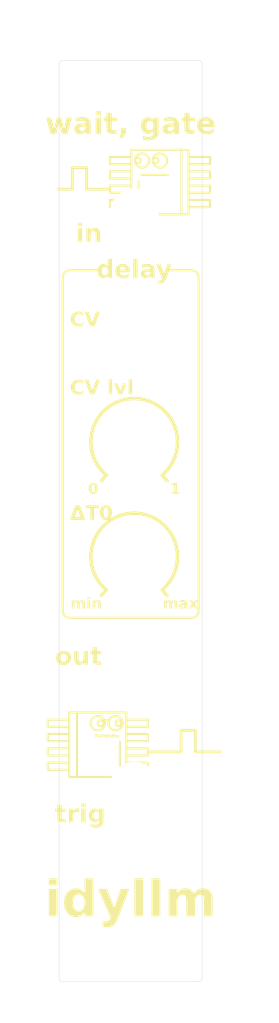
<source format=kicad_pcb>
(kicad_pcb (version 20241229) (generator "pcbnew") (generator_version "9.0")
  (title_block (title "Gate Delay Faceplate") (date "2025-11-11") (rev "1.0") (company "idyllm") (comment 1 "CC BY-SA 4.0"))
  (layers (0 "F.Cu" signal) (2 "B.Cu" signal) (13 "F.Paste" user) (15 "B.Paste" user) (5 "F.SilkS" user "F.Silkscreen") (7 "B.SilkS" user "B.Silkscreen") (1 "F.Mask" user) (3 "B.Mask" user) (25 "Edge.Cuts" user))
  (net 0 "")
  (footprint "MountingHole:MountingHole_3.2mm_M3_DIN965" (layer "F.Cu") (at 104.5 143.5)
    (property "Reference" "H10" (hide yes))
    (property "Value" "MountingHole")
    (pad "" np_thru_hole circle (at 0 0) (size 3.2 3.2) (drill 3.2) (layers "*.Cu" "*.Mask"))
  )
  (footprint "AudioJacks:PanelHole_AudioJack_6.8mm" (layer "F.Cu") (at 100.5 72)
    (property "Reference" "H3" (hide yes))
    (property "Value" "MountingHole")
    (pad "" np_thru_hole circle (at 0 0) (size 6.8 6.8) (drill 6.8) (layers "*.Cu" "*.Mask"))
  )
  (footprint "MountingHole:MountingHole_3.2mm_M3_DIN965" (layer "F.Cu") (at 97.5 161.25)
    (property "Reference" "H8" (hide yes))
    (property "Value" "MountingHole")
    (pad "" np_thru_hole oval (at 0 0) (size 3.6 3.2) (drill oval 3.6 3.2) (layers "*.Cu" "*.Mask"))
  )
  (footprint "AudioJacks:PanelHole_AudioJack_6.8mm" (layer "F.Cu") (at 100.5 137)
    (property "Reference" "H7" (hide yes))
    (property "Value" "MountingHole")
    (pad "" np_thru_hole circle (at 0 0) (size 6.8 6.8) (drill 6.8) (layers "*.Cu" "*.Mask"))
  )
  (footprint "AudioJacks:PanelHole_Potentiometer_6.8mm_13mm_knob" (layer "F.Cu") (at 100.5 89)
    (property "Reference" "H4" (hide yes))
    (property "Value" "MountingHole")
    (pad "" np_thru_hole circle (at 0 0) (size 6.8 6.8) (drill 6.8) (layers "*.Cu" "*.Mask"))
  )
  (footprint "AudioJacks:PanelHole_AudioJack_6.8mm" (layer "F.Cu") (at 100.5 122)
    (property "Reference" "H6" (hide yes))
    (property "Value" "MountingHole")
    (pad "" np_thru_hole circle (at 0 0) (size 6.8 6.8) (drill 6.8) (layers "*.Cu" "*.Mask"))
  )
  (footprint "MountingHole:MountingHole_3.2mm_M3_DIN965" (layer "F.Cu") (at 104.5 128.5)
    (property "Reference" "H9" (hide yes))
    (property "Value" "MountingHole")
    (pad "" np_thru_hole circle (at 0 0) (size 3.2 3.2) (drill 3.2) (layers "*.Cu" "*.Mask"))
  )
  (footprint "MountingHole:MountingHole_3.2mm_M3_DIN965" (layer "F.Cu") (at 97.5 38.75)
    (property "Reference" "H1" (hide yes))
    (property "Value" "MountingHole")
    (pad "" np_thru_hole oval (at 0 0) (size 3.6 3.2) (drill oval 3.6 3.2) (layers "*.Cu" "*.Mask"))
  )
  (footprint "AudioJacks:PanelHole_Potentiometer_6.8mm_13mm_knob" (layer "F.Cu") (at 100.5 105)
    (property "Reference" "H5" (hide yes))
    (property "Value" "MountingHole")
    (pad "" np_thru_hole circle (at 0 0) (size 6.8 6.8) (drill 6.8) (layers "*.Cu" "*.Mask"))
  )
  (footprint "AudioJacks:PanelHole_AudioJack_6.8mm" (layer "F.Cu") (at 100.5 57)
    (property "Reference" "H2" (hide yes))
    (property "Value" "MountingHole")
    (pad "" np_thru_hole circle (at 0 0) (size 6.8 6.8) (drill 6.8) (layers "*.Cu" "*.Mask"))
  )
  (gr_line (start 91.85 53.7) (end 89.85 53.7) (stroke (width 0.4)) (layer "F.SilkS"))
  (gr_curve (pts (xy 97.5 130) (xy 97.7 129.5) (xy 98.1 130.4) (xy 98.3 130)) (stroke (width 0.3)) (layer "F.SilkS"))
  (gr_line (start 104.4 109.597433) (end 105.075 110.359635) (stroke (width 0.5)) (layer "F.SilkS"))
  (gr_rect (start 88.4 133.7) (end 91.4 134.7) (stroke (width 0.3)) (fill no) (layer "F.SilkS"))
  (gr_line (start 101.1 52.6) (end 101.1 57.2) (stroke (width 0.3)) (layer "F.SilkS"))
  (gr_rect (start 97.1 53.2) (end 100.1 54.2) (stroke (width 0.3)) (fill no) (layer "F.SilkS"))
  (gr_line (start 107.05 132.2) (end 102.5 132.2) (stroke (width 0.4)) (layer "F.SilkS"))
  (gr_rect (start 100.1 48.2) (end 108.1 57.2) (stroke (width 0.3)) (fill no) (layer "F.SilkS"))
  (gr_line (start 109.05 132.2) (end 109.05 129.2) (stroke (width 0.4)) (layer "F.SilkS"))
  (gr_line (start 107.1 48.2) (end 107.1 57) (stroke (width 0.3)) (layer "F.SilkS"))
  (gr_arc (start 96.6 93.597433) (mid 100.5 82.9) (end 104.4 93.597433) (stroke (width 0.5)) (layer "F.SilkS"))
  (gr_rect (start 108.1 55.2) (end 111.1 56.2) (stroke (width 0.3)) (fill no) (layer "F.SilkS"))
  (gr_line (start 109.5 66) (end 109.5 112.5) (stroke (width 0.3)) (layer "F.SilkS"))
  (gr_curve (pts (xy 95.9 130) (xy 96.1 129.5) (xy 96.5 130.4) (xy 96.7 130)) (stroke (width 0.3)) (layer "F.SilkS"))
  (gr_arc (start 90.5 66) (mid 90.792893 65.292893) (end 91.5 65) (stroke (width 0.3)) (layer "F.SilkS"))
  (gr_line (start 90.5 112.5) (end 90.5 66) (stroke (width 0.3)) (layer "F.SilkS"))
  (gr_line (start 107.05 129.2) (end 107.05 132.2) (stroke (width 0.4)) (layer "F.SilkS"))
  (gr_line (start 109.05 129.2) (end 107.05 129.2) (stroke (width 0.4)) (layer "F.SilkS"))
  (gr_line (start 108.5 113.5) (end 91.5 113.5) (stroke (width 0.3)) (layer "F.SilkS"))
  (gr_line (start 93.85 53.7) (end 93.85 50.7) (stroke (width 0.4)) (layer "F.SilkS"))
  (gr_rect (start 88.4 127.7) (end 91.4 128.7) (stroke (width 0.3)) (fill no) (layer "F.SilkS"))
  (gr_rect (start 108.1 49.2) (end 111.1 50.2) (stroke (width 0.3)) (fill no) (layer "F.SilkS"))
  (gr_circle (center 95.4 128.2) (end 96.4 128.2) (stroke (width 0.3)) (fill no) (layer "F.SilkS"))
  (gr_line (start 91.85 50.7) (end 91.85 53.7) (stroke (width 0.4)) (layer "F.SilkS"))
  (gr_rect (start 99.4 129.7) (end 102.4 130.7) (stroke (width 0.3)) (fill no) (layer "F.SilkS"))
  (gr_line (start 104.4 93.597433) (end 105.075 94.359635) (stroke (width 0.5)) (layer "F.SilkS"))
  (gr_line (start 98.5 130.8) (end 98.5 135.7) (stroke (width 0.3)) (layer "F.SilkS"))
  (gr_circle (center 101 49.7) (end 101.4 49.7) (stroke (width 0.3)) (fill no) (layer "F.SilkS"))
  (gr_rect (start 99.4 127.7) (end 102.4 128.7) (stroke (width 0.3)) (fill no) (layer "F.SilkS"))
  (gr_line (start 101.5 51.7) (end 105.2 51.7) (stroke (width 0.3)) (layer "F.SilkS"))
  (gr_rect (start 97.1 51.2) (end 100.1 52.2) (stroke (width 0.3)) (fill no) (layer "F.SilkS"))
  (gr_line (start 91.5 65) (end 95.5 65) (stroke (width 0.3)) (layer "F.SilkS"))
  (gr_curve (pts (xy 96.7 130) (xy 96.9 129.5) (xy 97.3 130.4) (xy 97.5 130)) (stroke (width 0.3)) (layer "F.SilkS"))
  (gr_rect (start 97.1 55.2) (end 100.1 56.2) (stroke (width 0.3)) (fill no) (layer "F.SilkS"))
  (gr_arc (start 109.5 112.5) (mid 109.207107 113.207107) (end 108.5 113.5) (stroke (width 0.3)) (layer "F.SilkS"))
  (gr_rect (start 99.4 131.7) (end 102.4 132.7) (stroke (width 0.3)) (fill no) (layer "F.SilkS"))
  (gr_rect (start 91.4 126.7) (end 99.4 135.7) (stroke (width 0.3)) (fill no) (layer "F.SilkS"))
  (gr_circle (center 101.6 49.7) (end 102.6 49.7) (stroke (width 0.3)) (fill no) (layer "F.SilkS"))
  (gr_rect (start 108.1 51.2) (end 111.1 52.2) (stroke (width 0.3)) (fill no) (layer "F.SilkS"))
  (gr_arc (start 96.6 109.597433) (mid 100.5 98.9) (end 104.4 109.597433) (stroke (width 0.5)) (layer "F.SilkS"))
  (gr_arc (start 91.5 113.5) (mid 90.792893 113.207107) (end 90.5 112.5) (stroke (width 0.3)) (layer "F.SilkS"))
  (gr_rect (start 88.4 129.7) (end 91.4 130.7) (stroke (width 0.3)) (fill no) (layer "F.SilkS"))
  (gr_curve (pts (xy 95.1 130) (xy 95.3 129.5) (xy 95.7 130.4) (xy 95.9 130)) (stroke (width 0.3)) (layer "F.SilkS"))
  (gr_circle (center 95.8 128.2) (end 96.2 128.2) (stroke (width 0.3)) (fill no) (layer "F.SilkS"))
  (gr_circle (center 103.5 49.7) (end 103.9 49.7) (stroke (width 0.3)) (fill no) (layer "F.SilkS"))
  (gr_line (start 96.6 109.597433) (end 95.925 110.359635) (stroke (width 0.5)) (layer "F.SilkS"))
  (gr_line (start 96.6 93.597433) (end 95.925 94.359635) (stroke (width 0.5)) (layer "F.SilkS"))
  (gr_circle (center 98.3 128.2) (end 98.7 128.2) (stroke (width 0.3)) (fill no) (layer "F.SilkS"))
  (gr_rect (start 88.4 131.7) (end 91.4 132.7) (stroke (width 0.3)) (fill no) (layer "F.SilkS"))
  (gr_line (start 92.5 126.7) (end 92.5 135.5) (stroke (width 0.3)) (layer "F.SilkS"))
  (gr_line (start 112.55 132.2) (end 109.05 132.2) (stroke (width 0.4)) (layer "F.SilkS"))
  (gr_line (start 93.85 50.7) (end 91.85 50.7) (stroke (width 0.4)) (layer "F.SilkS"))
  (gr_arc (start 108.5 65) (mid 109.207107 65.292893) (end 109.5 66) (stroke (width 0.3)) (layer "F.SilkS"))
  (gr_rect (start 97.1 49.2) (end 100.1 50.2) (stroke (width 0.3)) (fill no) (layer "F.SilkS"))
  (gr_circle (center 104.1 49.7) (end 105.1 49.7) (stroke (width 0.3)) (fill no) (layer "F.SilkS"))
  (gr_line (start 96.95 53.7) (end 93.85 53.7) (stroke (width 0.4)) (layer "F.SilkS"))
  (gr_line (start 96.4 127.8) (end 96.9 127.8) (stroke (width 0.3)) (layer "F.SilkS"))
  (gr_circle (center 97.9 128.2) (end 98.9 128.2) (stroke (width 0.3)) (fill no) (layer "F.SilkS"))
  (gr_line (start 105.5 65) (end 108.5 65) (stroke (width 0.3)) (layer "F.SilkS"))
  (gr_rect (start 108.1 53.2) (end 111.1 54.2) (stroke (width 0.3)) (fill no) (layer "F.SilkS"))
  (gr_rect (start 99.4 133.7) (end 102.4 134.7) (stroke (width 0.3)) (fill no) (layer "F.SilkS"))
  (gr_arc (start 109.5 35.75) (mid 109.853553 35.896447) (end 110 36.25) (stroke (width 0.05)) (layer "Edge.Cuts"))
  (gr_line (start 110 36.25) (end 110 163.75) (stroke (width 0.05)) (layer "Edge.Cuts"))
  (gr_line (start 90.5 35.75) (end 109.5 35.75) (stroke (width 0.05)) (layer "Edge.Cuts"))
  (gr_arc (start 90.5 164.25) (mid 90.146447 164.103553) (end 90 163.75) (stroke (width 0.05)) (layer "Edge.Cuts"))
  (gr_line (start 90 163.75) (end 90 36.25) (stroke (width 0.05)) (layer "Edge.Cuts"))
  (gr_arc (start 110 163.75) (mid 109.853553 164.103553) (end 109.5 164.25) (stroke (width 0.05)) (layer "Edge.Cuts"))
  (gr_arc (start 90 36.25) (mid 90.146447 35.896447) (end 90.5 35.75) (stroke (width 0.05)) (layer "Edge.Cuts"))
  (gr_line (start 109.5 164.25) (end 90.5 164.25) (stroke (width 0.05)) (layer "Edge.Cuts"))
  (gr_text "trig" (at 96.5 141 0) (layer "F.SilkS") (effects (font (size 2.5 2.5) (thickness 0.25)) (justify right)))
  (gr_text "idyllm" (at 100 156 0) (layer "F.SilkS") (effects (font (size 5 5) (thickness 0.8) (bold yes)) (justify bottom)))
  (gr_text "delay" (at 100.5 66.5 0) (layer "F.SilkS") (effects (font (size 2.5 2.5) (thickness 0.25)) (justify bottom)))
  (gr_text "in" (at 96 60 0) (layer "F.SilkS") (effects (font (size 2.5 2.5) (thickness 0.25)) (justify right)))
  (gr_text "ΔT0" (at 91.5 99 0) (layer "F.SilkS") (effects (font (size 2 2) (thickness 0.25)) (justify left)))
  (gr_text "CV" (at 91.5 72 0) (layer "F.SilkS") (effects (font (size 2 2) (thickness 0.25)) (justify left)))
  (gr_text "wait, gate" (at 100 46.5 0) (layer "F.SilkS") (effects (font (size 3 3) (thickness 0.25)) (justify bottom)))
  (gr_text "out" (at 96 119 0) (layer "F.SilkS") (effects (font (size 2.5 2.5) (thickness 0.25)) (justify right)))
  (gr_text "1" (at 105.5 94.7 0) (layer "F.SilkS") (effects (font (size 1.5 1.5) (thickness 0.25)) (justify left top)))
  (gr_text "0" (at 95.5 94.7 0) (layer "F.SilkS") (effects (font (size 1.5 1.5) (thickness 0.25)) (justify right top)))
  (gr_text "max" (at 104.5 110.7 0) (layer "F.SilkS") (effects (font (size 1.5 1.5) (thickness 0.25)) (justify left top)))
  (gr_text "min" (at 96 110.7 0) (layer "F.SilkS") (effects (font (size 1.5 1.5) (thickness 0.25)) (justify right top)))
  (gr_text "CV lvl" (at 91.5 81.5 0) (layer "F.SilkS") (effects (font (size 2 2) (thickness 0.25)) (justify left)))
)
</source>
